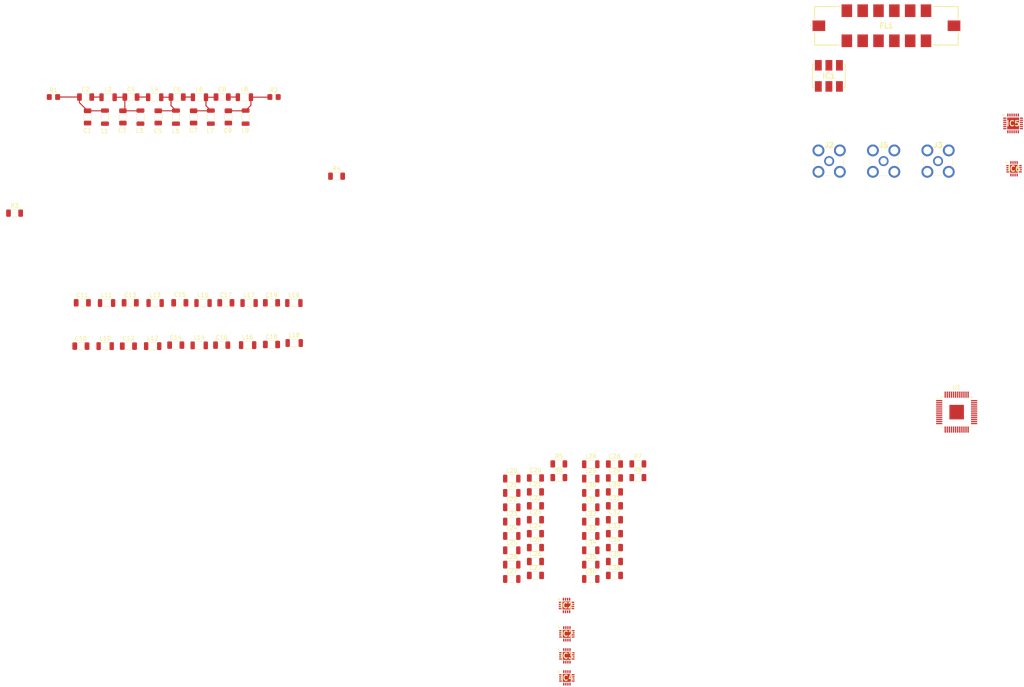
<source format=kicad_pcb>
(kicad_pcb (version 20221018) (generator pcbnew)
  (layers (0 "F.Cu" signal) (1 "In1.Cu" power) (2 "In2.Cu" power) (31 "B.Cu" signal) (34 "B.Paste" user) (35 "F.Paste" user) (36 "B.SilkS" user "B.Silkscreen") (37 "F.SilkS" user "F.Silkscreen") (38 "B.Mask" user) (39 "F.Mask" user) (44 "Edge.Cuts" user))
  (net 0 "")
  (net 1 "Net-(FL1-RF_IN)")
  (net 2 "Earth")
  (net 3 "Net-(FL1-RF_OUT)")
  (net 4 "GND")
  (net 5 "Net-(C11-Pad2)")
  (net 6 "Net-(C12-Pad1)")
  (net 7 "Net-(C13-Pad2)")
  (net 8 "Net-(C14-Pad1)")
  (net 9 "Net-(C1-Pad1)")
  (net 10 "Net-(C2-Pad2)")
  (net 11 "Net-(C3-Pad1)")
  (net 12 "Net-(C4-Pad2)")
  (net 13 "Net-(C5-Pad1)")
  (net 14 "Net-(C6-Pad2)")
  (net 15 "Net-(C7-Pad1)")
  (net 16 "Net-(C8-Pad2)")
  (net 17 "Net-(C9-Pad1)")
  (net 18 "Net-(C10-Pad1)")
  (net 19 "Net-(C15-Pad2)")
  (net 20 "Net-(C16-Pad1)")
  (net 21 "Net-(C17-Pad2)")
  (net 22 "Net-(C18-Pad1)")
  (net 23 "Net-(C19-Pad1)")
  (net 24 "Net-(C20-Pad2)")
  (net 25 "Net-(C21-Pad1)")
  (net 26 "Net-(C22-Pad2)")
  (net 27 "Net-(C23-Pad1)")
  (net 28 "Net-(C24-Pad2)")
  (net 29 "Net-(C25-Pad1)")
  (net 30 "Net-(C26-Pad2)")
  (net 31 "Net-(C27-Pad1)")
  (net 32 "Net-(C28-Pad1)")
  (net 33 "Net-(C29-Pad2)")
  (net 34 "Net-(C30-Pad1)")
  (net 35 "Net-(C31-Pad2)")
  (net 36 "Net-(C32-Pad1)")
  (net 37 "Net-(C33-Pad2)")
  (net 38 "Net-(C34-Pad1)")
  (net 39 "Net-(C35-Pad2)")
  (net 40 "Net-(C36-Pad1)")
  (net 41 "Net-(IC1-RF)")
  (net 42 "/Mixer/VHF_Mix_in")
  (net 47 "/HF_Bandpass_Filter/HF_BP_Out")
  (net 49 "/Band Select Logic/POWER3")
  (net 50 "/Mixer & Band Select/Mixer_VHF")
  (net 51 "/Band Select Logic/CTRL2")
  (net 52 "Net-(IC3-RF2)")
  (net 53 "/Mixer & Band Select/Mixer_UHF")
  (net 56 "/Band Select Logic/POWER1")
  (net 58 "/HF_Bandpass_Filter/HF BPF Port 2")
  (net 60 "/Baseband TR Switch/Common")
  (net 67 "/Band Select Logic/CTRL4")
  (net 68 "/LBAND_Bandpass_Filter/LBand BPF Port 2")
  (net 70 "/Band Select Logic/CTRL3")
  (net 75 "/Antenna/Antenna")
  (net 79 "/Band Select Switch/L Band Port")
  (net 81 "/Band Select Switch/UHF Band")
  (net 83 "/Band Select Logic/POWER2")
  (net 84 "/Band Select Logic/CTRL6")
  (net 85 "/Band Select Logic/CTRL5")
  (net 86 "/Band Select Switch/VHF Band")
  (net 95 "/Band Select Switch/HF_Band")
  (net 100 "/Baseband TR Switch/TX")
  (net 101 "/Band Select Logic/CTRL1")
  (net 103 "/Baseband TR Switch/RX")
  (net 104 "GNDD")
  (footprint "Inductor_SMD:L_1206_3216Metric" (layer "F.Cu") (at 68.616405 53.09655 -90)
    (fp_text reference "L7")
    (fp_text value "1.5 uH")
  )
  (footprint "Inductor_SMD:L_1206_3216Metric" (layer "F.Cu") (at 76.687026 48.303977)
    (fp_text reference "L8")
    (fp_text value "330 nH")
  )
  (footprint "Capacitor_SMD:C_1206_3216Metric" (layer "F.Cu") (at 38.961936 53.04655 -90)
    (fp_text reference "C1")
    (fp_text value "100 pF")
  )
  (footprint "Capacitor_SMD:C_1206_3216Metric" (layer "F.Cu") (at 48.785006 108.188034)
    (fp_text reference "C12")
    (fp_text value "33 pF")
  )
  (footprint "Inductor_SMD:L_1206_3216Metric" (layer "F.Cu") (at 160.02 143.51)
    (fp_text reference "L30")
    (fp_text value "12 nH")
  )
  (footprint "Resistor_SMD:R_1206_3216Metric" (layer "F.Cu") (at 152.34 136.53)
    (fp_text reference "R5")
    (fp_text value "50 Ohms")
  )
  (footprint "Inductor_SMD:L_1206_3216Metric" (layer "F.Cu") (at 43.195006 108.188034)
    (fp_text reference "L10")
    (fp_text value "180 nH")
  )
  (footprint "Inductor_SMD:L_1206_3216Metric" (layer "F.Cu") (at 141.01 150.41)
    (fp_text reference "L23")
    (fp_text value "12 nH")
  )
  (footprint "Resistor_SMD:R_1206_3216Metric" (layer "F.Cu") (at 171.35 136.53)
    (fp_text reference "R7")
    (fp_text value "50 Ohms")
  )
  (footprint "Capacitor_SMD:C_1206_3216Metric" (layer "F.Cu") (at 165.72 163.36)
    (fp_text reference "C36")
    (fp_text value "4.7 pF")
  )
  (footprint "Inductor_SMD:L_1206_3216Metric" (layer "F.Cu") (at 77.819123 97.818887)
    (fp_text reference "L17")
    (fp_text value "56 nH")
  )
  (footprint "Capacitor_SMD:C_1206_3216Metric" (layer "F.Cu") (at 146.71 160.01)
    (fp_text reference "C26")
    (fp_text value "6.8 pF")
  )
  (footprint "Capacitor_SMD:C_1206_3216Metric" (layer "F.Cu") (at 165.72 160.01)
    (fp_text reference "C35")
    (fp_text value "6.8 pF")
  )
  (footprint "Capacitor_SMD:C_1206_3216Metric" (layer "F.Cu") (at 83.204123 97.768887)
    (fp_text reference "C19")
    (fp_text value "4.7 pF")
  )
  (footprint "Inductor_SMD:L_1206_3216Metric" (layer "F.Cu") (at 65.868667 48.317353)
    (fp_text reference "L6")
    (fp_text value "330 nH")
  )
  (footprint "Capacitor_SMD:C_1206_3216Metric" (layer "F.Cu") (at 71.341183 48.267353)
    (fp_text reference "C8")
    (fp_text value "820 pF")
  )
  (footprint "Mouser:PCBSMAFRAHT" (layer "F.Cu") (at 230.47 63.68)
    (fp_text reference "J5")
    (fp_text value "PCB.SMAFRA.HT" hide)
  )
  (footprint "Mouser:PCBSMAFRAHT" (layer "F.Cu") (at 243.57 63.68)
    (fp_text reference "J3")
    (fp_text value "PCB.SMAFRA.HT" hide)
  )
  (footprint "Mouser:QFN50P400X400X90-25N-D" (layer "F.Cu") (at 261.62 54.61)
    (fp_text reference "IC5")
    (fp_text value "ADRF5040BCPZ-R7" hide)
  )
  (footprint "Inductor_SMD:L_1206_3216Metric" (layer "F.Cu") (at 160.02 153.86)
    (fp_text reference "L33")
    (fp_text value "15 nH")
  )
  (footprint "Capacitor_SMD:C_1206_3216Metric" (layer "F.Cu") (at 71.22 107.95)
    (fp_text reference "C16")
    (fp_text value "33 pF")
  )
  (footprint "Inductor_SMD:L_1206_3216Metric" (layer "F.Cu") (at 51.674239 53.09655 -90)
    (fp_text reference "L3")
    (fp_text value "1.5 uH")
  )
  (footprint "Resistor_SMD:R_1206_3216Metric" (layer "F.Cu") (at 98.8675 67.31)
    (fp_text reference "R4")
    (fp_text value "50 Ohms")
  )
  (footprint "Capacitor_SMD:C_1206_3216Metric" (layer "F.Cu") (at 146.71 139.91)
    (fp_text reference "C20")
    (fp_text value "6.8 pf")
  )
  (footprint "Inductor_SMD:L_1206_3216Metric" (layer "F.Cu") (at 160.02 136.61)
    (fp_text reference "L28")
    (fp_text value "22 nH")
  )
  (footprint "Inductor_SMD:L_1206_3216Metric" (layer "F.Cu") (at 66.736565 97.818887)
    (fp_text reference "L15")
    (fp_text value "56 nH")
  )
  (footprint "Capacitor_SMD:C_1206_3216Metric" (layer "F.Cu") (at 49.221696 97.768887)
    (fp_text reference "C13")
    (fp_text value "56 pF")
  )
  (footprint "Capacitor_SMD:C_1206_3216Metric" (layer "F.Cu") (at 165.72 136.56)
    (fp_text reference "C28")
    (fp_text value "4.7 pF")
  )
  (footprint "Resistor_SMD:R_0805_2012Metric_Pad1.20x1.40mm_HandSolder" (layer "F.Cu") (at 83.82 48.26)
    (fp_text reference "R2")
    (fp_text value "50 Ohms")
  )
  (footprint "Capacitor_SMD:C_1206_3216Metric" (layer "F.Cu") (at 47.460024 53.04655 -90)
    (fp_text reference "C3")
    (fp_text value "180 pF")
  )
  (footprint "Inductor_SMD:L_1206_3216Metric" (layer "F.Cu") (at 141.01 140.06)
    (fp_text reference "L20")
    (fp_text value "15 nH")
  )
  (footprint "Capacitor_SMD:C_1206_3216Metric" (layer "F.Cu") (at 165.72 153.31)
    (fp_text reference "C33")
    (fp_text value "5.6 pF")
  )
  (footprint "Capacitor_SMD:C_1206_3216Metric" (layer "F.Cu") (at 49.3994 48.267353)
    (fp_text reference "C4")
    (fp_text value "680 pF")
  )
  (footprint "Inductor_SMD:L_1206_3216Metric" (layer "F.Cu") (at 160.02 164.21)
    (fp_text reference "L36")
    (fp_text value "22 nH")
  )
  (footprint "Capacitor_SMD:C_1206_3216Metric" (layer "F.Cu") (at 60.509605 48.267353)
    (fp_text reference "C6")
    (fp_text value "680 pF")
  )
  (footprint "Capacitor_SMD:C_1206_3216Metric" (layer "F.Cu") (at 61.146565 97.768887)
    (fp_text reference "C15")
    (fp_text value "56 pF")
  )
  (footprint "Capacitor_SMD:C_1206_3216Metric" (layer "F.Cu") (at 64.466041 53.04655 -90)
    (fp_text reference "C7")
    (fp_text value "180 pF")
  )
  (footprint "Inductor_SMD:L_1206_3216Metric" (layer "F.Cu") (at 160.02 146.96)
    (fp_text reference "L31")
    (fp_text value "15 nH")
  )
  (footprint "Inductor_SMD:L_1206_3216Metric" (layer "F.Cu") (at 141.01 146.96)
    (fp_text reference "L22")
    (fp_text value "15 nH")
  )
  (footprint "Inductor_SMD:L_1206_3216Metric" (layer "F.Cu") (at 160.02 150.41)
    (fp_text reference "L32")
    (fp_text value "12 nH")
  )
  (footprint "Mouser:QFN50P300X300X95-17N-D" (layer "F.Cu") (at 154.265 188.01)
    (fp_text reference "IC4")
    (fp_text value "HMC1118LP3DE" hide)
  )
  (footprint "Capacitor_SMD:C_1206_3216Metric" (layer "F.Cu") (at 83.205304 107.79499)
    (fp_text reference "C18")
    (fp_text value "18 pF")
  )
  (footprint "Inductor_SMD:L_1206_3216Metric" (layer "F.Cu") (at 160.02 160.76)
    (fp_text reference "L35")
    (fp_text value "15 nH")
  )
  (footprint "Capacitor_SMD:C_1206_3216Metric" (layer "F.Cu") (at 165.72 139.91)
    (fp_text reference "C29")
    (fp_text value "6.8 pf")
  )
  (footprint "Capacitor_SMD:C_1206_3216Metric" (layer "F.Cu") (at 60.177061 107.95)
    (fp_text reference "C14")
    (fp_text value "33 pF")
  )
  (footprint "Mouser:PCBSMAFRAHT" (layer "F.Cu") (at 217.37 63.68)
    (fp_text reference "J2")
    (fp_text value "PCB.SMAFRA.HT" hide)
  )
  (footprint "Capacitor_SMD:C_1206_3216Metric" (layer "F.Cu") (at 72.229123 97.768887)
    (fp_text reference "C17")
    (fp_text value "68 pF")
  )
  (footprint "Package_QFP:TQFP-48-1EP_7x7mm_P0.5mm_EP3.5x3.5mm" (layer "F.Cu") (at 248.045 124.065)
    (fp_text reference "U1")
    (fp_text value "AD9951")
  )
  (footprint "Inductor_SMD:L_1206_3216Metric" (layer "F.Cu") (at 43.141324 53.09655 -90)
    (fp_text reference "L1")
    (fp_text value "2.7 uH")
  )
  (footprint "Inductor_SMD:L_1206_3216Metric" (layer "F.Cu") (at 43.535 97.818887)
    (fp_text reference "L11")
    (fp_text value "56 nH")
  )
  (footprint "Inductor_SMD:L_1206_3216Metric" (layer "F.Cu") (at 43.892055 48.317353)
    (fp_text reference "L2")
    (fp_text value "330 nH")
  )
  (footprint "Capacitor_SMD:C_1206_3216Metric" (layer "F.Cu") (at 146.71 163.36)
    (fp_text reference "C27")
    (fp_text value "4.7 pF")
  )
  (footprint "Resistor_SMD:R_1206_3216Metric" (layer "F.Cu") (at 152.34 139.82)
    (fp_text reference "R6")
    (fp_text value "50 Ohms")
  )
  (footprint "Inductor_SMD:L_1206_3216Metric" (layer "F.Cu") (at 141.01 143.51)
    (fp_text reference "L21")
    (fp_text value "12 nH")
  )
  (footprint "Capacitor_SMD:C_1206_3216Metric" (layer "F.Cu") (at 146.71 153.31)
    (fp_text reference "C24")
    (fp_text value "5.6 pF")
  )
  (footprint "Inductor_SMD:L_1206_3216Metric" (layer "F.Cu") (at 76.975179 53.09655 -90)
    (fp_text reference "L9")
    (fp_text value "2.7 uH")
  )
  (footprint "Capacitor_SMD:C_1206_3216Metric" (layer "F.Cu") (at 38.483575 48.267353)
    (fp_text reference "C2")
    (fp_text value "820 pf")
  )
  (footprint "Inductor_SMD:L_1206_3216Metric" (layer "F.Cu") (at 88.589123 97.818887)
    (fp_text reference "L19")
    (fp_text value "22 nH")
  )
  (footprint "Mouser:QFN50P300X300X95-17N-D" (layer "F.Cu") (at 154.265 177.41)
    (fp_text reference "IC2")
    (fp_text value "HMC1118LP3DE" hide)
  )
  (footprint "Inductor_SMD:L_1206_3216Metric" (layer "F.Cu") (at 54.625006 108.188034)
    (fp_text reference "L12")
    (fp_text value "100 nH")
  )
  (footprint "Capacitor_SMD:C_1206_3216Metric" (layer "F.Cu") (at 55.958111 53.04655 -90)
    (fp_text reference "C5")
    (fp_text value "180 pF")
  )
  (footprint "Capacitor_SMD:C_1206_3216Metric" (layer "F.Cu") (at 72.824815 53.04655 -90)
    (fp_text reference "C9")
    (fp_text value "100 pF")
  )
  (footprint "Capacitor_SMD:C_1206_3216Metric" (layer "F.Cu") (at 165.72 143.26)
    (fp_text reference "C30")
    (fp_text value "8.2 pF")
  )
  (footprint "Mouser:BPFA410" (layer "F.Cu") (at 231.15 31.115)
    (fp_text reference "FL1")
    (fp_text value "BPF-A410+" hide)
  )
  (footprint "Mouser:QFN50P300X300X95-17N-D" (layer "F.Cu") (at 261.85 65.52)
    (fp_text reference "IC6")
    (fp_text value "HMC1118LP3DE" hide)
  )
  (footprint "Resistor_SMD:R_1206_3216Metric" (layer "F.Cu") (at 171.35 139.82)
    (fp_text reference "R8")
    (fp_text value "50 Ohms")
  )
  (footprint "Inductor_SMD:L_1206_3216Metric" (layer "F.Cu") (at 55.106745 48.317353)
    (fp_text reference "L4")
    (fp_text value "330 nH")
  )
  (footprint "Capacitor_SMD:C_1206_3216Metric" (layer "F.Cu") (at 146.71 143.26)
    (fp_text reference "C21")
    (fp_text value "8.2 pF")
  )
  (footprint "Inductor_SMD:L_1206_3216Metric" (layer "F.Cu") (at 141.01 164.21)
    (fp_text reference "L27")
    (fp_text value "22 nH")
  )
  (footprint "Capacitor_SMD:C_1206_3216Metric" (layer "F.Cu") (at 37.695 97.768887)
    (fp_text reference "C11")
    (fp_text value "68 pf")
  )
  (footprint "Mouser:ADE2ASK" (layer "F.Cu") (at 217.305 43.17)
    (fp_text reference "IC1")
    (fp_text value "ADE-2ASK+" hide)
  )
  (footprint "Inductor_SMD:L_1206_3216Metric" (layer "F.Cu") (at 55.209123 97.818887)
    (fp_text reference "L13")
    (fp_text value "56 nH")
  )
  (footprint "Mouser:QFN50P300X300X95-17N-D" (layer "F.Cu") (at 154.265 182.71)
    (fp_text reference "IC3")
    (fp_text value "HMC1118LP3DE" hide)
  )
  (footprint "Inductor_SMD:L_1206_3216Metric" (layer "F.Cu") (at 160.02 157.31)
    (fp_text reference "L34")
    (fp_text value "12 nH")
  )
  (footprint "Capacitor_SMD:C_1206_3216Metric" (layer "F.Cu") (at 37.355006 108.188034)
    (fp_text reference "C10")
    (fp_text value "18 pF")
  )
  (footprint "Mouser:QFN50P300X300X95-17N-D" (layer "F.Cu") (at 154.185 170.585)
    (fp_text reference "IC2")
    (fp_text value "HMC1118LP3DE" hide)
  )
  (footprint "Inductor_SMD:L_1206_3216Metric" (layer "F.Cu") (at 60.228607 53.09655 -90)
    (fp_text reference "L5")
    (fp_text value "1.5 uH")
  )
  (footprint "Capacitor_SMD:C_1206_3216Metric" (layer "F.Cu") (at 165.72 146.61)
    (fp_text reference "C31")
    (fp_text value "5.6 pF")
  )
  (footprint "Capacitor_SMD:C_1206_3216Metric" (layer "F.Cu") (at 146.71 149.96)
    (fp_text reference "C23")
    (fp_text value "8.2 pF")
  )
  (footprint "Inductor_SMD:L_1206_3216Metric" (layer "F.Cu") (at 77.47 107.95)
    (fp_text reference "L16")
    (fp_text value "100 nH")
  )
  (footprint "Capacitor_SMD:C_1206_3216Metric" (layer "F.Cu") (at 165.72 156.66)
    (fp_text reference "C34")
    (fp_text value "8.2 pF")
  )
  (footprint "Inductor_SMD:L_1206_3216Metric" (layer "F.Cu") (at 65.814938 108.010183)
    (fp_text reference "L14")
    (fp_text value "100 nH")
  )
  (footprint "Capacitor_SMD:C_1206_3216Metric" (layer "F.Cu") (at 146.71 156.66)
    (fp_text reference "C25")
    (fp_text value "8.2 pF")
  )
  (footprint "Inductor_SMD:L_1206_3216Metric" (layer "F.Cu") (at 141.01 157.31)
    (fp_text reference "L25")
    (fp_text value "12 nH")
  )
  (footprint "Capacitor_SMD:C_1206_3216Metric" (layer "F.Cu") (at 165.72 149.96)
    (fp_text reference "C32")
    (fp_text value "8.2 pF")
  )
  (footprint "Capacitor_SMD:C_1206_3216Metric" (layer "F.Cu") (at 146.71 146.61)
    (fp_text reference "C22")
    (fp_text value "5.6 pF")
  )
  (footprint "Resistor_SMD:R_0805_2012Metric_Pad1.20x1.40mm_HandSolder" (layer "F.Cu") (at 30.75 48.26)
    (fp_text reference "R1")
    (fp_text value "50 Ohms")
  )
  (footprint "Inductor_SMD:L_1206_3216Metric" (layer "F.Cu") (at 141.01 160.76)
    (fp_text reference "L26")
    (fp_text value "15 nH")
  )
  (footprint "Inductor_SMD:L_1206_3216Metric" (layer "F.Cu") (at 141.01 153.86)
    (fp_text reference "L24")
    (fp_text value "15 nH")
  )
  (footprint "Resistor_SMD:R_1206_3216Metric" (layer "F.Cu") (at 21.3975 76.2)
    (fp_text reference "R3")
    (fp_text value "50 Ohms")
  )
  (footprint "Inductor_SMD:L_1206_3216Metric" (layer "F.Cu") (at 88.672248 107.443922)
    (fp_text reference "L18")
    (fp_text value "180 nH")
  )
  (footprint "Inductor_SMD:L_1206_3216Metric" (layer "F.Cu") (at 160.02 140.06)
    (fp_text reference "L29")
    (fp_text value "15 nH")
  )
  (gr_text_box "" (start 121.92 30.48) (end 121.92 33.02) (layer "F.Cu") (effects (font (size 1.5 1.5) (thickness 0.3) bold) (justify left top)))
  (segment (start 43.091324 51.57155) (end 43.141324 51.52155) (width 0.25) (layer "F.Cu") (net 9))
  (segment (start 37.008575 48.267353) (end 37.008575 49.618189) (width 0.25) (layer "F.Cu") (net 9))
  (segment (start 37.001222 48.26) (end 37.008575 48.267353) (width 0.25) (layer "F.Cu") (net 9))
  (segment (start 38.961936 51.57155) (end 43.091324 51.57155) (width 0.25) (layer "F.Cu") (net 9))
  (segment (start 37.008575 49.618189) (end 38.961936 51.57155) (width 0.25) (layer "F.Cu") (net 9))
  (segment (start 31.75 48.26) (end 37.001222 48.26) (width 0.25) (layer "F.Cu") (net 9))
  (segment (start 39.958575 48.267353) (end 42.267055 48.267353) (width 0.25) (layer "F.Cu") (net 10))
  (segment (start 42.267055 48.267353) (end 42.317055 48.317353) (width 0.25) (layer "F.Cu") (net 10))
  (segment (start 47.8744 48.317353) (end 47.9244 48.267353) (width 0.25) (layer "F.Cu") (net 11))
  (segment (start 51.624239 51.57155) (end 51.674239 51.52155) (width 0.25) (layer "F.Cu") (net 11))
  (segment (start 47.9244 48.267353) (end 47.9244 51.107174) (width 0.25) (layer "F.Cu") (net 11))
  (segment (start 47.460024 51.57155) (end 51.624239 51.57155) (width 0.25) (layer "F.Cu") (net 11))
  (segment (start 47.9244 51.107174) (end 47.460024 51.57155) (width 0.25) (layer "F.Cu") (net 11))
  (segment (start 45.467055 48.317353) (end 47.8744 48.317353) (width 0.25) (layer "F.Cu") (net 11))
  (segment (start 50.8744 48.267353) (end 53.481745 48.267353) (width 0.25) (layer "F.Cu") (net 12))
  (segment (start 53.481745 48.267353) (end 53.531745 48.317353) (width 0.25) (layer "F.Cu") (net 12))
  (segment (start 60.178607 51.57155) (end 60.228607 51.52155) (width 0.25) (layer "F.Cu") (net 13))
  (segment (start 56.681745 48.317353) (end 58.984605 48.317353) (width 0.25) (layer "F.Cu") (net 13))
  (segment (start 59.034605 50.327548) (end 59.034605 48.267353) (width 0.25) (layer "F.Cu") (net 13))
  (segment (start 55.958111 51.57155) (end 60.178607 51.57155) (width 0.25) (layer "F.Cu") (net 13))
  (segment (start 60.228607 51.52155) (end 59.034605 50.327548) (width 0.25) (layer "F.Cu") (net 13))
  (segment (start 58.984605 48.317353) (end 59.034605 48.267353) (width 0.25) (layer "F.Cu") (net 13))
  (segment (start 64.243667 48.267353) (end 64.293667 48.317353) (width 0.25) (layer "F.Cu") (net 14))
  (segment (start 61.984605 48.267353) (end 64.243667 48.267353) (width 0.25) (layer "F.Cu") (net 14))
  (segment (start 67.443667 50.348812) (end 68.616405 51.52155) (width 0.25) (layer "F.Cu") (net 15))
  (segment (start 67.443667 48.317353) (end 69.816183 48.317353) (width 0.25) (layer "F.Cu") (net 15))
  (segment (start 67.443667 48.317353) (end 67.443667 50.348812) (width 0.25) (layer "F.Cu") (net 15))
  (segment (start 64.466041 51.57155) (end 68.566405 51.57155) (width 0.25) (layer "F.Cu") (net 15))
  (segment (start 69.816183 48.317353) (end 69.866183 48.267353) (width 0.25) (layer "F.Cu") (net 15))
  (segment (start 68.566405 51.57155) (end 68.616405 51.52155) (width 0.25) (layer "F.Cu") (net 15))
  (segment (start 72.816183 48.267353) (end 75.075402 48.267353) (width 0.25) (layer "F.Cu") (net 16))
  (segment (start 75.075402 48.267353) (end 75.112026 48.303977) (width 0.25) (layer "F.Cu") (net 16))
  (segment (start 78.262026 48.303977) (end 78.262026 50.234703) (width 0.25) (layer "F.Cu") (net 17))
  (segment (start 78.262026 48.303977) (end 82.776023 48.303977) (width 0.25) (layer "F.Cu") (net 17))
  (segment (start 72.824815 51.57155) (end 76.925179 51.57155) (width 0.25) (layer "F.Cu") (net 17))
  (segment (start 76.925179 51.57155) (end 76.975179 51.52155) (width 0.25) (layer "F.Cu") (net 17))
  (segment (start 82.776023 48.303977) (end 82.82 48.26) (width 0.25) (layer "F.Cu") (net 17))
  (segment (start 78.262026 50.234703) (end 76.975179 51.52155) (width 0.25) (layer "F.Cu") (net 17))
)
</source>
